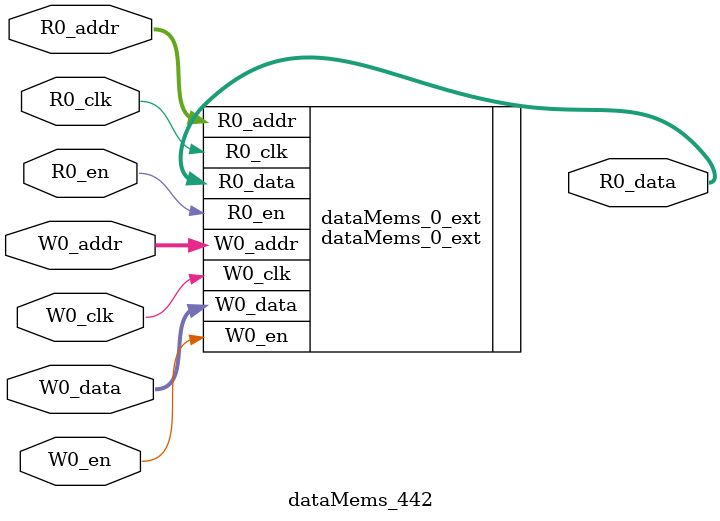
<source format=sv>
`ifndef RANDOMIZE
  `ifdef RANDOMIZE_REG_INIT
    `define RANDOMIZE
  `endif // RANDOMIZE_REG_INIT
`endif // not def RANDOMIZE
`ifndef RANDOMIZE
  `ifdef RANDOMIZE_MEM_INIT
    `define RANDOMIZE
  `endif // RANDOMIZE_MEM_INIT
`endif // not def RANDOMIZE

`ifndef RANDOM
  `define RANDOM $random
`endif // not def RANDOM

// Users can define 'PRINTF_COND' to add an extra gate to prints.
`ifndef PRINTF_COND_
  `ifdef PRINTF_COND
    `define PRINTF_COND_ (`PRINTF_COND)
  `else  // PRINTF_COND
    `define PRINTF_COND_ 1
  `endif // PRINTF_COND
`endif // not def PRINTF_COND_

// Users can define 'ASSERT_VERBOSE_COND' to add an extra gate to assert error printing.
`ifndef ASSERT_VERBOSE_COND_
  `ifdef ASSERT_VERBOSE_COND
    `define ASSERT_VERBOSE_COND_ (`ASSERT_VERBOSE_COND)
  `else  // ASSERT_VERBOSE_COND
    `define ASSERT_VERBOSE_COND_ 1
  `endif // ASSERT_VERBOSE_COND
`endif // not def ASSERT_VERBOSE_COND_

// Users can define 'STOP_COND' to add an extra gate to stop conditions.
`ifndef STOP_COND_
  `ifdef STOP_COND
    `define STOP_COND_ (`STOP_COND)
  `else  // STOP_COND
    `define STOP_COND_ 1
  `endif // STOP_COND
`endif // not def STOP_COND_

// Users can define INIT_RANDOM as general code that gets injected into the
// initializer block for modules with registers.
`ifndef INIT_RANDOM
  `define INIT_RANDOM
`endif // not def INIT_RANDOM

// If using random initialization, you can also define RANDOMIZE_DELAY to
// customize the delay used, otherwise 0.002 is used.
`ifndef RANDOMIZE_DELAY
  `define RANDOMIZE_DELAY 0.002
`endif // not def RANDOMIZE_DELAY

// Define INIT_RANDOM_PROLOG_ for use in our modules below.
`ifndef INIT_RANDOM_PROLOG_
  `ifdef RANDOMIZE
    `ifdef VERILATOR
      `define INIT_RANDOM_PROLOG_ `INIT_RANDOM
    `else  // VERILATOR
      `define INIT_RANDOM_PROLOG_ `INIT_RANDOM #`RANDOMIZE_DELAY begin end
    `endif // VERILATOR
  `else  // RANDOMIZE
    `define INIT_RANDOM_PROLOG_
  `endif // RANDOMIZE
`endif // not def INIT_RANDOM_PROLOG_

// Include register initializers in init blocks unless synthesis is set
`ifndef SYNTHESIS
  `ifndef ENABLE_INITIAL_REG_
    `define ENABLE_INITIAL_REG_
  `endif // not def ENABLE_INITIAL_REG_
`endif // not def SYNTHESIS

// Include rmemory initializers in init blocks unless synthesis is set
`ifndef SYNTHESIS
  `ifndef ENABLE_INITIAL_MEM_
    `define ENABLE_INITIAL_MEM_
  `endif // not def ENABLE_INITIAL_MEM_
`endif // not def SYNTHESIS

module dataMems_442(	// @[generators/ara/src/main/scala/UnsafeAXI4ToTL.scala:365:62]
  input  [4:0]  R0_addr,
  input         R0_en,
  input         R0_clk,
  output [66:0] R0_data,
  input  [4:0]  W0_addr,
  input         W0_en,
  input         W0_clk,
  input  [66:0] W0_data
);

  dataMems_0_ext dataMems_0_ext (	// @[generators/ara/src/main/scala/UnsafeAXI4ToTL.scala:365:62]
    .R0_addr (R0_addr),
    .R0_en   (R0_en),
    .R0_clk  (R0_clk),
    .R0_data (R0_data),
    .W0_addr (W0_addr),
    .W0_en   (W0_en),
    .W0_clk  (W0_clk),
    .W0_data (W0_data)
  );
endmodule


</source>
